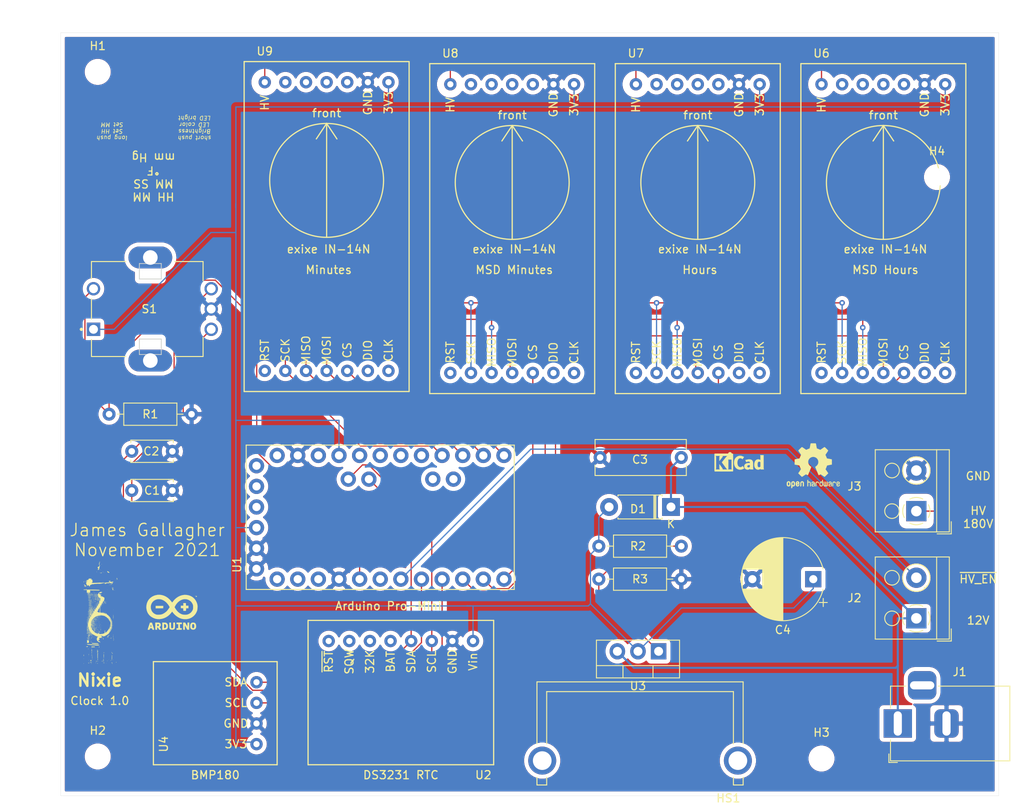
<source format=kicad_pcb>
(kicad_pcb (version 20211014) (generator pcbnew)
  (title_block (title "Nixie Clock PCB") (date "Nov. 9, 2021") (rev "1.0") (comment 2 "https://creativecommons.org/licenses/by/4.0/") (comment 3 "CC by 4.0") (comment 4 "James Gallagher"))
  (layers (0 "F.Cu" signal) (31 "B.Cu" signal) (34 "B.Paste" user) (35 "F.Paste" user) (36 "B.SilkS" user "B.Silkscreen") (37 "F.SilkS" user "F.Silkscreen") (38 "B.Mask" user) (39 "F.Mask" user) (44 "Edge.Cuts" user))
  (net 0 "")
  (net 1 "GND")
  (net 2 "D5")
  (net 3 "+12V")
  (net 4 "D6")
  (net 5 "+3V3")
  (net 6 "INT0")
  (net 7 "CS4")
  (net 8 "MOSI")
  (net 9 "MISO")
  (net 10 "SCK")
  (net 11 "180V")
  (net 12 "CS3")
  (net 13 "CS2")
  (net 14 "SDA")
  (net 15 "SCL")
  (net 16 "Net-(U7-Pad7)")
  (net 17 "Net-(U7-Pad6)")
  (net 18 "CS1")
  (net 19 "Net-(U7-Pad1)")
  (net 20 "Net-(R2-Pad2)")
  (net 21 "Net-(U1-PadJP1_1)")
  (net 22 "Net-(U1-PadJP1_2)")
  (net 23 "Net-(U1-PadJP1_3)")
  (net 24 "Net-(U1-PadJP3_2)")
  (net 25 "Net-(U1-PadJP3_1)")
  (net 26 "Net-(U1-PadJP6_1)")
  (net 27 "Net-(U1-PadJP6_3)")
  (net 28 "Net-(U1-PadJP6_5)")
  (net 29 "Net-(U1-PadJP6_6)")
  (net 30 "Net-(U1-PadJP6_7)")
  (net 31 "Net-(U1-PadJP6_8)")
  (net 32 "Net-(U1-PadJP7_7)")
  (net 33 "Net-(U1-PadJP7_10)")
  (net 34 "Net-(U1-PadJP7_11)")
  (net 35 "Net-(U1-PadJP7_12)")
  (net 36 "Net-(U2-Pad8)")
  (net 37 "Net-(U2-Pad7)")
  (net 38 "Net-(U2-Pad6)")
  (net 39 "Net-(U2-Pad5)")
  (net 40 "Net-(U6-Pad7)")
  (net 41 "Net-(U6-Pad6)")
  (net 42 "Net-(U6-Pad1)")
  (net 43 "Net-(U8-Pad7)")
  (net 44 "Net-(U8-Pad6)")
  (net 45 "Net-(U8-Pad1)")
  (net 46 "Net-(U9-Pad7)")
  (net 47 "Net-(U9-Pad6)")
  (net 48 "Net-(U9-Pad1)")
  (net 49 "Net-(HS1-Pad1)")
  (net 50 "Net-(J1-PadMP)")
  (net 51 "~{HV_EN}")
  (footprint "Capacitor_THT:C_Disc_D5.0mm_W2.5mm_P5.00mm" (layer "F.Cu") (at 96.393 109.728)
    (fp_text reference "C1" (at 2.5 0) (layer "F.SilkS"))
    (fp_text value "1nF")
    (pad "1" thru_hole circle locked (at 0 0) (size 1.6 1.6) (drill 0.8) (layers *.Cu *.Mask) (net 2 "D5"))
    (pad "2" thru_hole circle locked (at 5 0) (size 1.6 1.6) (drill 0.8) (layers *.Cu *.Mask) (net 1 "GND"))
  )
  (footprint "Capacitor_THT:C_Rect_L11.0mm_W4.2mm_P10.00mm_MKT" (layer "F.Cu") (at 164.084 105.664 180)
    (fp_text reference "C3" (at 5.08 -0.254) (layer "F.SilkS"))
    (fp_text value "0.1uF")
    (pad "1" thru_hole circle locked (at 0 0 180) (size 1.6 1.6) (drill 0.8) (layers *.Cu *.Mask) (net 3 "+12V"))
    (pad "2" thru_hole circle locked (at 10 0 180) (size 1.6 1.6) (drill 0.8) (layers *.Cu *.Mask) (net 1 "GND"))
  )
  (footprint "Capacitor_THT:C_Disc_D5.0mm_W2.5mm_P5.00mm" (layer "F.Cu") (at 96.393 104.902)
    (fp_text reference "C2" (at 2.413 0) (layer "F.SilkS"))
    (fp_text value "1nF")
    (pad "1" thru_hole circle locked (at 0 0) (size 1.6 1.6) (drill 0.8) (layers *.Cu *.Mask) (net 4 "D6"))
    (pad "2" thru_hole circle locked (at 5 0) (size 1.6 1.6) (drill 0.8) (layers *.Cu *.Mask) (net 1 "GND"))
  )
  (footprint "Capacitor_THT:CP_Radial_D10.0mm_P7.50mm" (layer "F.Cu") (at 180.34 120.65 180)
    (fp_text reference "C4" (at 3.75 -6.25) (layer "F.SilkS"))
    (fp_text value "1.0uF")
    (pad "1" thru_hole rect locked (at 0 0 180) (size 2 2) (drill 1) (layers *.Cu *.Mask) (net 5 "+3V3"))
    (pad "2" thru_hole circle locked (at 7.5 0 180) (size 2 2) (drill 1) (layers *.Cu *.Mask) (net 1 "GND"))
  )
  (footprint "Diode_THT:D_DO-41_SOD81_P7.62mm_Horizontal" (layer "F.Cu") (at 162.814 111.76 180)
    (fp_text reference "D1" (at 4.064 -0.254) (layer "F.SilkS"))
    (fp_text value "1N4002")
    (fp_text user "K" (at 0 -2.1) (layer "F.SilkS"))
    (pad "1" thru_hole rect locked (at 0 0 180) (size 2.2 2.2) (drill 1.1) (layers *.Cu *.Mask) (net 3 "+12V"))
    (pad "2" thru_hole oval locked (at 7.62 0 180) (size 2.2 2.2) (drill 1.1) (layers *.Cu *.Mask) (net 5 "+3V3"))
  )
  (footprint "Resistor_THT:R_Axial_DIN0207_L6.3mm_D2.5mm_P10.16mm_Horizontal" (layer "F.Cu") (at 153.924 120.65)
    (fp_text reference "R3" (at 5.08 0) (layer "F.SilkS"))
    (fp_text value "560")
    (pad "1" thru_hole circle locked (at 0 0) (size 1.6 1.6) (drill 0.8) (layers *.Cu *.Mask) (net 20 "Net-(R2-Pad2)"))
    (pad "2" thru_hole oval locked (at 10.16 0) (size 1.6 1.6) (drill 0.8) (layers *.Cu *.Mask) (net 1 "GND"))
  )
  (footprint "Resistor_THT:R_Axial_DIN0207_L6.3mm_D2.5mm_P10.16mm_Horizontal" (layer "F.Cu") (at 153.924 116.586)
    (fp_text reference "R2" (at 4.826 0) (layer "F.SilkS"))
    (fp_text value "330")
    (pad "1" thru_hole circle locked (at 0 0) (size 1.6 1.6) (drill 0.8) (layers *.Cu *.Mask) (net 5 "+3V3"))
    (pad "2" thru_hole oval locked (at 10.16 0) (size 1.6 1.6) (drill 0.8) (layers *.Cu *.Mask) (net 20 "Net-(R2-Pad2)"))
  )
  (footprint "Resistor_THT:R_Axial_DIN0207_L6.3mm_D2.5mm_P10.16mm_Horizontal" (layer "F.Cu") (at 93.599 100.33)
    (fp_text reference "R1" (at 5.08 0) (layer "F.SilkS"))
    (fp_text value "10k")
    (pad "1" thru_hole circle locked (at 0 0) (size 1.6 1.6) (drill 0.8) (layers *.Cu *.Mask) (net 6 "INT0"))
    (pad "2" thru_hole oval locked (at 10.16 0) (size 1.6 1.6) (drill 0.8) (layers *.Cu *.Mask) (net 1 "GND"))
  )
  (footprint "482016514001:BOURNS-PEC11" (layer "F.Cu") (at 98.679 87.376)
    (fp_text reference "S1" (at -0.127 0) (layer "F.SilkS"))
    (fp_text value "BOURNS_PEC11")
    (fp_line (start -1.35 5.6) (end -1.35 3.7) (layer "Edge.Cuts") (width 0.1))
    (fp_line (start 1.35 5.6) (end -1.35 5.6) (layer "Edge.Cuts") (width 0.1))
    (fp_line (start 1.35 -5.6) (end 1.35 -3.7) (layer "Edge.Cuts") (width 0.1))
    (fp_line (start 1.35 -3.7) (end -1.35 -3.7) (layer "Edge.Cuts") (width 0.1))
    (fp_line (start 1.35 3.7) (end 1.35 5.6) (layer "Edge.Cuts") (width 0.1))
    (fp_line (start -1.35 3.7) (end 1.35 3.7) (layer "Edge.Cuts") (width 0.1))
    (fp_line (start -1.35 -3.7) (end -1.35 -5.6) (layer "Edge.Cuts") (width 0.1))
    (fp_line (start -1.35 -5.6) (end 1.35 -5.6) (layer "Edge.Cuts") (width 0.1))
    (pad "1" thru_hole rect locked (at -7 2.5) (size 1.65 1.65) (drill 1.1) (layers *.Cu *.Mask) (net 5 "+3V3"))
    (pad "2" thru_hole circle locked (at -7 -2.5) (size 1.65 1.65) (drill 1.1) (layers *.Cu *.Mask) (net 6 "INT0"))
    (pad "A" thru_hole circle locked (at 7.5 2.5) (size 1.65 1.65) (drill 1.1) (layers *.Cu *.Mask) (net 2 "D5"))
    (pad "B" thru_hole circle locked (at 7.5 -2.5) (size 1.65 1.65) (drill 1.1) (layers *.Cu *.Mask) (net 4 "D6"))
    (pad "C" thru_hole circle locked (at 7.5 0) (size 1.65 1.65) (drill 1.1) (layers *.Cu *.Mask) (net 1 "GND"))
    (pad "S1" thru_hole oval locked (at 0 -6.35) (size 5.4 2.7) (drill 1.8) (layers *.Cu *.Mask))
    (pad "S2" thru_hole oval locked (at 0 6.35) (size 5.4 2.7) (drill 1.8) (layers *.Cu *.Mask))
  )
  (footprint "breakout_boards:exixe-IN-14N" (layer "F.Cu") (at 188.976 77.47)
    (fp_text reference "U6" (at -7.62 -21.59) (layer "F.SilkS"))
    (fp_text value "exixe")
    (fp_text user "3V3" (at 7.62 -15.24 90) (layer "F.SilkS"))
    (fp_text user "GND" (at 5.08 -15.24 90) (layer "F.SilkS"))
    (fp_text user "MOSI" (at 0 15.24 90) (layer "F.SilkS"))
    (fp_text user "MISO" (at -2.54 15.24 90) (layer "F.SilkS"))
    (fp_text user "DIO" (at 5.08 15.24 90) (layer "F.SilkS"))
    (fp_text user "CS" (at 2.54 15.24 90) (layer "F.SilkS"))
    (fp_text user "front" (at 0 -13.97) (layer "F.SilkS"))
    (fp_text user "RST" (at -7.62 15.24 90) (layer "F.SilkS"))
    (fp_text user "CLK" (at 7.62 15.24 90) (layer "F.SilkS"))
    (fp_text user "SCK" (at -5.08 15.24 90) (layer "F.SilkS"))
    (fp_text user "HV" (at -7.62 -15.24 90) (layer "F.SilkS"))
    (pad "1" thru_hole circle locked (at -7.62 17.78) (size 1.524 1.524) (drill 0.762) (layers *.Cu *.Mask) (net 42 "Net-(U6-Pad1)"))
    (pad "2" thru_hole circle locked (at -5.08 17.78) (size 1.524 1.524) (drill 0.762) (layers *.Cu *.Mask) (net 10 "SCK"))
    (pad "3" thru_hole circle locked (at -2.54 17.78) (size 1.524 1.524) (drill 0.762) (layers *.Cu *.Mask) (net 9 "MISO"))
    (pad "4" thru_hole circle locked (at 0 17.78) (size 1.524 1.524) (drill 0.762) (layers *.Cu *.Mask) (net 8 "MOSI"))
    (pad "5" thru_hole circle locked (at 2.54 17.78) (size 1.524 1.524) (drill 0.762) (layers *.Cu *.Mask) (net 7 "CS4"))
    (pad "6" thru_hole circle locked (at 5.08 17.78) (size 1.524 1.524) (drill 0.762) (layers *.Cu *.Mask) (net 41 "Net-(U6-Pad6)"))
    (pad "7" thru_hole circle locked (at 7.62 17.78) (size 1.524 1.524) (drill 0.762) (layers *.Cu *.Mask) (net 40 "Net-(U6-Pad7)"))
    (pad "8" thru_hole circle locked (at 7.62 -17.78) (size 1.524 1.524) (drill 0.762) (layers *.Cu *.Mask) (net 5 "+3V3"))
    (pad "9" thru_hole circle locked (at 5.08 -17.78) (size 1.524 1.524) (drill 0.762) (layers *.Cu *.Mask) (net 1 "GND"))
    (pad "10" thru_hole circle locked (at -7.62 -17.78) (size 1.524 1.524) (drill 0.762) (layers *.Cu *.Mask) (net 11 "180V"))
    (pad "~" thru_hole circle locked (at 2.54 -17.78) (size 1.524 1.524) (drill 0.762) (layers *.Cu *.Mask))
    (pad "~" thru_hole circle locked (at -2.54 -17.78) (size 1.524 1.524) (drill 0.762) (layers *.Cu *.Mask))
    (pad "~" thru_hole circle locked (at -5.08 -17.78) (size 1.524 1.524) (drill 0.762) (layers *.Cu *.Mask))
    (pad "~" thru_hole circle locked (at 0 -17.78) (size 1.524 1.524) (drill 0.762) (layers *.Cu *.Mask))
  )
  (footprint "Package_TO_SOT_THT:TO-220-3_Vertical" (layer "F.Cu") (at 161.29 129.54 180)
    (fp_text reference "U3" (at 2.54 -4.27) (layer "F.SilkS"))
    (fp_text value "LM317_TO-220")
    (pad "1" thru_hole rect locked (at 0 0 180) (size 1.905 2) (drill 1.1) (layers *.Cu *.Mask) (net 20 "Net-(R2-Pad2)"))
    (pad "2" thru_hole oval locked (at 2.54 0 180) (size 1.905 2) (drill 1.1) (layers *.Cu *.Mask) (net 5 "+3V3"))
    (pad "3" thru_hole oval locked (at 5.08 0 180) (size 1.905 2) (drill 1.1) (layers *.Cu *.Mask) (net 3 "+12V"))
  )
  (footprint "breakout_boards:exixe-IN-14N" (layer "F.Cu") (at 166.116 77.47)
    (fp_text reference "U7" (at -7.62 -21.59) (layer "F.SilkS"))
    (fp_text value "exixe")
    (fp_text user "MISO" (at -2.54 15.24 90) (layer "F.SilkS"))
    (fp_text user "DIO" (at 5.08 15.24 90) (layer "F.SilkS"))
    (fp_text user "GND" (at 5.08 -15.24 90) (layer "F.SilkS"))
    (fp_text user "CLK" (at 7.62 15.24 90) (layer "F.SilkS"))
    (fp_text user "RST" (at -7.62 15.24 90) (layer "F.SilkS"))
    (fp_text user "CS" (at 2.54 15.24 90) (layer "F.SilkS"))
    (fp_text user "3V3" (at 7.62 -15.24 90) (layer "F.SilkS"))
    (fp_text user "front" (at 0 -13.97) (layer "F.SilkS"))
    (fp_text user "MOSI" (at 0 15.24 90) (layer "F.SilkS"))
    (fp_text user "SCK" (at -5.08 15.24 90) (layer "F.SilkS"))
    (fp_text user "HV" (at -7.62 -15.24 90) (layer "F.SilkS"))
    (pad "1" thru_hole circle locked (at -7.62 17.78) (size 1.524 1.524) (drill 0.762) (layers *.Cu *.Mask) (net 19 "Net-(U7-Pad1)"))
    (pad "2" thru_hole circle locked (at -5.08 17.78) (size 1.524 1.524) (drill 0.762) (layers *.Cu *.Mask) (net 10 "SCK"))
    (pad "3" thru_hole circle locked (at -2.54 17.78) (size 1.524 1.524) (drill 0.762) (layers *.Cu *.Mask) (net 9 "MISO"))
    (pad "4" thru_hole circle locked (at 0 17.78) (size 1.524 1.524) (drill 0.762) (layers *.Cu *.Mask) (net 8 "MOSI"))
    (pad "5" thru_hole circle locked (at 2.54 17.78) (size 1.524 1.524) (drill 0.762) (layers *.Cu *.Mask) (net 12 "CS3"))
    (pad "6" thru_hole circle locked (at 5.08 17.78) (size 1.524 1.524) (drill 0.762) (layers *.Cu *.Mask) (net 17 "Net-(U7-Pad6)"))
    (pad "7" thru_hole circle locked (at 7.62 17.78) (size 1.524 1.524) (drill 0.762) (layers *.Cu *.Mask) (net 16 "Net-(U7-Pad7)"))
    (pad "8" thru_hole circle locked (at 7.62 -17.78) (size 1.524 1.524) (drill 0.762) (layers *.Cu *.Mask) (net 5 "+3V3"))
    (pad "9" thru_hole circle locked (at 5.08 -17.78) (size 1.524 1.524) (drill 0.762) (layers *.Cu *.Mask) (net 1 "GND"))
    (pad "10" thru_hole circle locked (at -7.62 -17.78) (size 1.524 1.524) (drill 0.762) (layers *.Cu *.Mask) (net 11 "180V"))
    (pad "~" thru_hole circle locked (at -2.54 -17.78) (size 1.524 1.524) (drill 0.762) (layers *.Cu *.Mask))
    (pad "~" thru_hole circle locked (at 0 -17.78) (size 1.524 1.524) (drill 0.762) (layers *.Cu *.Mask))
    (pad "~" thru_hole circle locked (at 2.54 -17.78) (size 1.524 1.524) (drill 0.762) (layers *.Cu *.Mask))
    (pad "~" thru_hole circle locked (at -5.08 -17.78) (size 1.524 1.524) (drill 0.762) (layers *.Cu *.Mask))
  )
  (footprint "breakout_boards:exixe-IN-14N" (layer "F.Cu") (at 143.256 77.47)
    (fp_text reference "U8" (at -7.62 -21.59) (layer "F.SilkS"))
    (fp_text value "exixe")
    (fp_text user "RST" (at -7.62 15.24 90) (layer "F.SilkS"))
    (fp_text user "CLK" (at 7.62 15.24 90) (layer "F.SilkS"))
    (fp_text user "MISO" (at -2.54 15.24 90) (layer "F.SilkS"))
    (fp_text user "SCK" (at -5.08 15.24 90) (layer "F.SilkS"))
    (fp_text user "3V3" (at 7.62 -15.24 90) (layer "F.SilkS"))
    (fp_text user "MOSI" (at 0 15.24 90) (layer "F.SilkS"))
    (fp_text user "front" (at 0 -13.97) (layer "F.SilkS"))
    (fp_text user "GND" (at 5.08 -15.24 90) (layer "F.SilkS"))
    (fp_text user "DIO" (at 5.08 15.24 90) (layer "F.SilkS"))
    (fp_text user "HV" (at -7.62 -15.24 90) (layer "F.SilkS"))
    (fp_text user "CS" (at 2.54 15.24 90) (layer "F.SilkS"))
    (pad "1" thru_hole circle locked (at -7.62 17.78) (size 1.524 1.524) (drill 0.762) (layers *.Cu *.Mask) (net 45 "Net-(U8-Pad1)"))
    (pad "2" thru_hole circle locked (at -5.08 17.78) (size 1.524 1.524) (drill 0.762) (layers *.Cu *.Mask) (net 10 "SCK"))
    (pad "3" thru_hole circle locked (at -2.54 17.78) (size 1.524 1.524) (drill 0.762) (layers *.Cu *.Mask) (net 9 "MISO"))
    (pad "4" thru_hole circle locked (at 0 17.78) (size 1.524 1.524) (drill 0.762) (layers *.Cu *.Mask) (net 8 "MOSI"))
    (pad "5" thru_hole circle locked (at 2.54 17.78) (size 1.524 1.524) (drill 0.762) (layers *.Cu *.Mask) (net 13 "CS2"))
    (pad "6" thru_hole circle locked (at 5.08 17.78) (size 1.524 1.524) (drill 0.762) (layers *.Cu *.Mask) (net 44 "Net-(U8-Pad6)"))
    (pad "7" thru_hole circle locked (at 7.62 17.78) (size 1.524 1.524) (drill 0.762) (layers *.Cu *.Mask) (net 43 "Net-(U8-Pad7)"))
    (pad "8" thru_hole circle locked (at 7.62 -17.78) (size 1.524 1.524) (drill 0.762) (layers *.Cu *.Mask) (net 5 "+3V3"))
    (pad "9" thru_hole circle locked (at 5.08 -17.78) (size 1.524 1.524) (drill 0.762) (layers *.Cu *.Mask) (net 1 "GND"))
    (pad "10" thru_hole circle locked (at -7.62 -17.78) (size 1.524 1.524) (drill 0.762) (layers *.Cu *.Mask) (net 11 "180V"))
    (pad "~" thru_hole circle locked (at 0 -17.78) (size 1.524 1.524) (drill 0.762) (layers *.Cu *.Mask))
    (pad "~" thru_hole circle locked (at 2.54 -17.78) (size 1.524 1.524) (drill 0.762) (layers *.Cu *.Mask))
    (pad "~" thru_hole circle locked (at -5.08 -17.78) (size 1.524 1.524) (drill 0.762) (layers *.Cu *.Mask))
    (pad "~" thru_hole circle locked (at -2.54 -17.78) (size 1.524 1.524) (drill 0.762) (layers *.Cu *.Mask))
  )
  (footprint "breakout_boards:Adafruit_DS3231_bb" (layer "F.Cu") (at 129.54 134.62 180)
    (fp_text reference "U2" (at -10.16 -10.16) (layer "F.SilkS"))
    (fp_text value "Adafruit_DS3231")
    (fp_text user "~{RST}" (at 8.89 3.81 90) (layer "F.SilkS"))
    (fp_text user "GND" (at -6.35 3.81 90) (layer "F.SilkS"))
    (fp_text user "SQW" (at 6.35 3.81 90) (layer "F.SilkS"))
    (fp_text user "SDA" (at -1.27 3.81 90) (layer "F.SilkS"))
    (fp_text user "SCL" (at -3.81 3.81 90) (layer "F.SilkS"))
    (fp_text user "32K" (at 3.81 3.81 90) (layer "F.SilkS"))
    (fp_text user "BAT" (at 1.27 3.81 90) (layer "F.SilkS"))
    (fp_text user "Vin" (at -8.89 3.81 90) (layer "F.SilkS"))
    (pad "1" thru_hole circle locked (at -8.89 6.35 180) (size 1.524 1.524) (drill 0.762) (layers *.Cu *.Mask) (net 5 "+3V3"))
    (pad "2" thru_hole circle locked (at -6.35 6.35 180) (size 1.524 1.524) (drill 0.762) (layers *.Cu *.Mask) (net 1 "GND"))
    (pad "3" thru_hole circle locked (at -3.81 6.35 180) (size 1.524 1.524) (drill 0.762) (layers *.Cu *.Mask) (net 15 "SCL"))
    (pad "4" thru_hole circle locked (at -1.27 6.35 180) (size 1.524 1.524) (drill 0.762) (layers *.Cu *.Mask) (net 14 "SDA"))
    (pad "5" thru_hole circle locked (at 1.27 6.35 180) (size 1.524 1.524) (drill 0.762) (layers *.Cu *.Mask) (net 39 "Net-(U2-Pad5)"))
    (pad "6" thru_hole circle locked (at 3.81 6.35 180) (size 1.524 1.524) (drill 0.762) (layers *.Cu *.Mask) (net 38 "Net-(U2-Pad6)"))
    (pad "7" thru_hole circle locked (at 6.35 6.35 180) (size 1.524 1.524) (drill 0.762) (layers *.Cu *.Mask) (net 37 "Net-(U2-Pad7)"))
    (pad "8" thru_hole circle locked (at 8.89 6.35 180) (size 1.524 1.524) (drill 0.762) (layers *.Cu *.Mask) (net 36 "Net-(U2-Pad8)"))
  )
  (footprint "breakout_boards:exixe-IN-14N" (layer "F.Cu") (at 120.396 77.216)
    (fp_text reference "U9" (at -7.62 -21.59) (layer "F.SilkS"))
    (fp_text value "exixe")
    (fp_text user "HV" (at -7.62 -15.24 90) (layer "F.SilkS"))
    (fp_text user "CS" (at 2.54 15.24 90) (layer "F.SilkS"))
    (fp_text user "MOSI" (at 0 15.24 90) (layer "F.SilkS"))
    (fp_text user "3V3" (at 7.62 -15.24 90) (layer "F.SilkS"))
    (fp_text user "GND" (at 5.08 -15.24 90) (layer "F.SilkS"))
    (fp_text user "MISO" (at -2.54 15.24 90) (layer "F.SilkS"))
    (fp_text user "RST" (at -7.62 15.24 90) (layer "F.SilkS"))
    (fp_text user "CLK" (at 7.62 15.24 90) (layer "F.SilkS"))
    (fp_text user "SCK" (at -5.08 15.24 90) (layer "F.SilkS"))
    (fp_text user "DIO" (at 5.08 15.24 90) (layer "F.SilkS"))
    (fp_text user "front" (at 0 -13.97) (layer "F.SilkS"))
    (pad "1" thru_hole circle locked (at -7.62 17.78) (size 1.524 1.524) (drill 0.762) (layers *.Cu *.Mask) (net 48 "Net-(U9-Pad1)"))
    (pad "2" thru_hole circle locked (at -5.08 17.78) (size 1.524 1.524) (drill 0.762) (layers *.Cu *.Mask) (net 10 "SCK"))
    (pad "3" thru_hole circle locked (at -2.54 17.78) (size 1.524 1.524) (drill 0.762) (layers *.Cu *.Mask) (net 9 "MISO"))
    (pad "4" thru_hole circle locked (at 0 17.78) (size 1.524 1.524) (drill 0.762) (layers *.Cu *.Mask) (net 8 "MOSI"))
    (pad "5" thru_hole circle locked (at 2.54 17.78) (size 1.524 1.524) (drill 0.762) (layers *.Cu *.Mask) (net 18 "CS1"))
    (pad "6" thru_hole circle locked (at 5.08 17.78) (size 1.524 1.524) (drill 0.762) (layers *.Cu *.Mask) (net 47 "Net-(U9-Pad6)"))
    (pad "7" thru_hole circle locked (at 7.62 17.78) (size 1.524 1.524) (drill 0.762) (layers *.Cu *.Mask) (net 46 "Net-(U9-Pad7)"))
    (pad "8" thru_hole circle locked (at 7.62 -17.78) (size 1.524 1.524) (drill 0.762) (layers *.Cu *.Mask) (net 5 "+3V3"))
    (pad "9" thru_hole circle locked (at 5.08 -17.78) (size 1.524 1.524) (drill 0.762) (layers *.Cu *.Mask) (net 1 "GND"))
    (pad "10" thru_hole circle locked (at -7.62 -17.78) (size 1.524 1.524) (drill 0.762) (layers *.Cu *.Mask) (net 11 "180V"))
    (pad "~" thru_hole circle locked (at 0 -17.78) (size 1.524 1.524) (drill 0.762) (layers *.Cu *.Mask))
    (pad "~" thru_hole circle locked (at 2.54 -17.78) (size 1.524 1.524) (drill 0.762) (layers *.Cu *.Mask))
    (pad "~" thru_hole circle locked (at -5.08 -17.78) (size 1.524 1.524) (drill 0.762) (layers *.Cu *.Mask))
    (pad "~" thru_hole circle locked (at -2.54 -17.78) (size 1.524 1.524) (drill 0.762) (layers *.Cu *.Mask))
  )
  (footprint "breakout_boards:BMP180_bb" (layer "F.Cu") (at 106.68 137.16 90)
    (fp_text reference "U4" (at -3.81 -6.35 90) (layer "F.SilkS"))
    (fp_text value "BMP180")
    (fp_text user "GND" (at -1.27 2.54) (layer "F.SilkS"))
    (fp_text user "SCL" (at 1.27 2.54) (layer "F.SilkS"))
    (fp_text user "3V3" (at -3.81 2.54) (layer "F.SilkS"))
    (fp_text user "SDA" (at 3.81 2.54) (layer "F.SilkS"))
    (pad "1" thru_hole circle locked (at -3.81 5.08 90) (size 1.524 1.524) (drill 0.762) (layers *.Cu *.Mask) (net 5 "+3V3"))
    (pad "2" thru_hole circle locked (at -1.27 5.08 90) (size 1.524 1.524) (drill 0.762) (layers *.Cu *.Mask) (net 1 "GND"))
    (pad "3" thru_hole circle locked (at 1.27 5.08 90) (size 1.524 1.524) (drill 0.762) (layers *.Cu *.Mask) (net 15 "SCL"))
    (pad "4" thru_hole circle locked (at 3.81 5.08 90) (size 1.524 1.524) (drill 0.762) (layers *.Cu *.Mask) (net 14 "SDA"))
  )
  (footprint "ARDUINO_PRO_MINI:MODULE_ARDUINO_PRO_MINI" (layer "F.Cu") (at 127 113.03 90)
    (fp_text reference "U1" (at -5.825 -17.635 90) (layer "F.SilkS"))
    (fp_text value "ARDUINO_PRO_MINI")
    (pad "JP1_1" thru_hole circle locked (at 6.35 -15.24 90) (size 1.8796 1.8796) (drill 1.016) (layers *.Cu *.Mask) (net 21 "Net-(U1-PadJP1_1)"))
    (pad "JP1_2" thru_hole circle locked (at 3.81 -15.24 90) (size 1.8796 1.8796) (drill 1.016) (layers *.Cu *.Mask) (net 22 "Net-(U1-PadJP1_2)"))
    (pad "JP1_3" thru_hole circle locked (at 1.27 -15.24 90) (size 1.8796 1.8796) (drill 1.016) (layers *.Cu *.Mask) (net 23 "Net-(U1-PadJP1_3)"))
    (pad "JP1_4" thru_hole circle locked (at -1.27 -15.24 90) (size 1.8796 1.8796) (drill 1.016) (layers *.Cu *.Mask) (net 5 "+3V3"))
    (pad "JP1_5" thru_hole circle locked (at -3.81 -15.24 90) (size 1.8796 1.8796) (drill 1.016) (layers *.Cu *.Mask) (net 1 "GND"))
    (pad "JP1_6" thru_hole circle locked (at -6.35 -15.24 90) (size 1.8796 1.8796) (drill 1.016) (layers *.Cu *.Mask) (net 1 "GND"))
    (pad "JP2_1" thru_hole circle locked (at 4.699 -1.397 90) (size 1.8796 1.8796) (drill 1.016) (layers *.Cu *.Mask) (net 14 "SDA"))
    (pad "JP2_2" thru_hole circle locked (at 4.699 -3.937 90) (size 1.8796 1.8796) (drill 1.016) (layers *.Cu *.Mask) (net 15 "SCL"))
    (pad "JP3_1" thru_hole circle locked (at 4.699 9.017 90) (size 1.8796 1.8796) (drill 1.016) (layers *.Cu *.Mask) (net 25 "Net-(U1-PadJP3_1)"))
    (pad "JP3_2" thru_hole circle locked (at 4.699 6.477 90) (size 1.8796 1.8796) (drill 1.016) (layers *.Cu *.Mask) (net 24 "Net-(U1-PadJP3_2)"))
    (pad "JP6_1" thru_hole circle locked (at 7.62 -12.7 90) (size 1.8796 1.8796) (drill 1.016) (layers *.Cu *.Mask) (net 26 "Net-(U1-PadJP6_1)"))
    (pad "JP6_2" thru_hole circle locked (at 7.62 -10.16 90) (size 1.8796 1.8796) (drill 1.016) (layers *.Cu *.Mask) (net 1 "GND"))
    (pad "JP6_3" thru_hole circle locked (at 7.62 -7.62 90) (size 1.8796 1.8796) (drill 1.016) (layers *.Cu *.Mask) (net 27 "Net-(U1-PadJP6_3)"))
    (pad "JP6_4" thru_hole circle locked (at 7.62 -5.08 90) (size 1.8796 1.8796) (drill 1.016) (layers *.Cu *.Mask) (net 5 "+3V3"))
    (pad "JP6_5" thru_hole circle locked (at 7.62 -2.54 90) (size 1.8796 1.8796) (drill 1.016) (layers *.Cu *.Mask) (net 28 "Net-(U1-PadJP6_5)"))
    (pad "JP6_6" thru_hole circle locked (at 7.62 0 90) (size 1.8796 1.8796) (drill 1.016) (layers *.Cu *.Mask) (net 29 "Net-(U1-PadJP6_6)"))
    (pad "JP6_7" thru_hole circle locked (at 7.62 2.54 90) (size 1.8796 1.8796) (drill 1.016) (layers *.Cu *.Mask) (net 30 "Net-(U1-PadJP6_7)"))
    (pad "JP6_8" thru_hole circle locked (at 7.62 5.08 90) (size 1.8796 1.8796) (drill 1.016) (layers *.Cu *.Mask) (net 31 "Net-(U1-PadJP6_8)"))
    (pad "JP6_9" thru_hole circle locked (at 7.62 7.62 90) (size 1.8796 1.8796) (drill 1.016) (layers *.Cu *.Mask) (net 10 "SCK"))
    (pad "JP6_10" thru_hole circle locked (at 7.62 10.16 90) (size 1.8796 1.8796) (drill 1.016) (layers *.Cu *.Mask) (net 9 "MISO"))
    (pad "JP6_11" thru_hole circle locked (at 7.62 12.7 90) (size 1.8796 1.8796) (drill 1.016) (layers *.Cu *.Mask) (net 8 "MOSI"))
    (pad "JP6_12" thru_hole circle locked (at 7.62 15.24 90) (size 1.8796 1.8796) (drill 1.016) (layers *.Cu *.Mask) (net 18 "CS1"))
    (pad "JP7_1" thru_hole circle locked (at -7.62 15.24 90) (size 1.8796 1.8796) (drill 1.016) (layers *.Cu *.Mask) (net 13 "CS2"))
    (pad "JP7_2" thru_hole circle locked (at -7.62 12.7 90) (size 1.8796 1.8796) (drill 1.016) (layers *.Cu *.Mask) (net 12 "CS3"))
    (pad "JP7_3" thru_hole circle locked (at -7.62 10.16 90) (size 1.8796 1.8796) (drill 1.016) (layers *.Cu *.Mask) (net 7 "CS4"))
    (pad "JP7_4" thru_hole circle locked (at -7.62 7.62 90) (size 1.8796 1.8796) (drill 1.016) (layers *.Cu *.Mask) (net 4 "D6"))
    (pad "JP7_5" thru_hole circle locked (at -7.62 5.08 90) (size 1.8796 1.8796) (drill 1.016) (layers *.Cu *.Mask) (net 2 "D5"))
    (pad "JP7_6" thru_hole circle locked (at -7.62 2.54 90) (size 1.8796 1.8796) (drill 1.016) (layers *.Cu *.Mask) (net 51 "~{HV_EN}"))
    (pad "JP7_7" thru_hole circle locked (at -7.62 0 90) (size 1.8796 1.8796) (drill 1.016) (layers *.Cu *.Mask) (net 32 "Net-(U1-PadJP7_7)"))
    (pad "JP7_8" thru_hole circle locked (at -7.62 -2.54 90) (size 1.8796 1.8796) (drill 1.016) (layers *.Cu *.Mask) (net 6 "INT0"))
    (pad "JP7_9" thru_hole circle locked (at -7.62 -5.08 90) (size 1.8796 1.8796) (drill 1.016) (layers *.Cu *.Mask) (net 1 "GND"))
    (pad "JP7_10" thru_hole circle locked (at -7.62 -7.62 90) (size 1.8796 1.8796) (drill 1.016) (layers *.Cu *.Mask) (net 33 "Net-(U1-PadJP7_10)"))
    (pad "JP7_11" thru_hole circle locked (at -7.62 -10.16 90) (size 1.8796 1.8796) (drill 1.016) (layers *.Cu *.Mask) (net 34 "Net-(U1-PadJP7_11)"))
    (pad "JP7_12" thru_hole circle locked (at -7.62 -12.7 90) (size 1.8796 1.8796) (drill 1.016) (layers *.Cu *.Mask) (net 35 "Net-(U1-PadJP7_12)"))
  )
  (footprint "Connector_BarrelJack:BarrelJack_Horizontal_MP" (layer "F.Cu") (at 190.754 138.43 180)
    (fp_text reference "J1" (at -7.62 6.35) (layer "F.SilkS"))
    (fp_text value "Barrel_Jack_MountingPin")
    (pad "1" thru_hole rect locked (at 0 0 180) (size 3.5 3.5) (drill oval 1 3) (layers *.Cu *.Mask) (net 3 "+12V"))
    (pad "2" thru_hole roundrect locked (at -6 0 180) (size 3 3.5) (drill oval 1 3) (layers *.Cu *.Mask) (net 1 "GND"))
    (pad "MP" thru_hole roundrect locked (at -3 4.7 180) (size 3.500001 3.500001) (drill oval 2.999999 1) (layers *.Cu *.Mask) (roundrect_rratio 0.2499999286) (net 50 "Net-(J1-PadMP)"))
  )
  (footprint "TerminalBlock_RND:TerminalBlock_RND_205-00001_1x02_P5.00mm_Horizontal" (layer "F.Cu") (at 193.04 125.476 90)
    (fp_text reference "J2" (at 2.5 -7.62 180) (layer "F.SilkS"))
    (fp_text value "Screw_Terminal_01x02")
    (pad "1" thru_hole rect locked (at 0 0 90) (size 2.5 2.5) (drill 1.3) (layers *.Cu *.Mask) (net 3 "+12V"))
    (pad "2" thru_hole circle locked (at 5 0 90) (size 2.5 2.5) (drill 1.3) (layers *.Cu *.Mask) (net 51 "~{HV_EN}"))
  )
  (footprint "TerminalBlock_RND:TerminalBlock_RND_205-00001_1x02_P5.00mm_Horizontal" (layer "F.Cu") (at 193.04 112.268 90)
    (fp_text reference "J3" (at 3.048 -7.62 180) (layer "F.SilkS"))
    (fp_text value "Screw_Terminal_01x02")
    (pad "1" thru_hole rect locked (at 0 0 90) (size 2.5 2.5) (drill 1.3) (layers *.Cu *.Mask) (net 11 "180V"))
    (pad "2" thru_hole circle locked (at 5 0 90) (size 2.5 2.5) (drill 1.3) (layers *.Cu *.Mask) (net 1 "GND"))
  )
  (footprint "HSS-B20-053H-01:HSINK_HSS-B20-053H-01" (layer "F.Cu") (at 159.004 143.002 180)
    (fp_text reference "HS1" (at -10.875 -4.635) (layer "F.SilkS"))
    (fp_text value "HSS-B20-053H-01")
    (pad "1" thru_hole circle locked (at -12.05 0 180) (size 3.45 3.45) (drill 2.3) (layers *.Cu *.Mask) (net 49 "Net-(HS1-Pad1)"))
    (pad "2" thru_hole circle locked (at 12.05 0 180) (size 3.45 3.45) (drill 2.3) (layers *.Cu *.Mask) (net 49 "Net-(HS1-Pad1)"))
  )
  (footprint "MountingHole:MountingHole_2.2mm_M2" (layer "F.Cu") (at 92.202 58.166)
    (fp_text reference "H1" (at 0 -3.2) (layer "F.SilkS"))
    (fp_text value "MountingHole")
    (pad "" np_thru_hole circle locked (at 0 0) (size 2.2 2.2) (drill 2.2) (layers *.Cu *.Mask))
  )
  (footprint "MountingHole:MountingHole_2.2mm_M2" (layer "F.Cu") (at 92.202 142.494)
    (fp_text reference "H2" (at 0 -3.2) (layer "F.SilkS"))
    (fp_text value "MountingHole")
    (pad "" np_thru_hole circle locked (at 0 0) (size 2.2 2.2) (drill 2.2) (layers *.Cu *.Mask))
  )
  (footprint "MountingHole:MountingHole_2.2mm_M2" (layer "F.Cu") (at 181.356 142.748)
    (fp_text reference "H3" (at 0 -3.2) (layer "F.SilkS"))
    (fp_text value "MountingHole")
    (pad "" np_thru_hole circle locked (at 0 0) (size 2.2 2.2) (drill 2.2) (layers *.Cu *.Mask))
  )
  (footprint "MountingHole:MountingHole_2.2mm_M2" (layer "F.Cu") (at 195.58 71.12)
    (fp_text reference "H4" (at 0 -3.2) (layer "F.SilkS"))
    (fp_text value "MountingHole")
    (pad "" np_thru_hole circle locked (at 0 0) (size 2.2 2.2) (drill 2.2) (layers *.Cu *.Mask))
  )
  (footprint "Symbol:OSHW-Logo2_7.3x6mm_SilkScreen" (layer "F.Cu") (at 180.34 106.68)
    (fp_text reference "REF**" hide)
    (fp_text value "OSHW-Logo2_7.3x6mm_SilkScreen" hide)
  )
  (footprint "Logos:arduino_quar_inch" (layer "F.Cu") (at 101.346 124.714)
    (fp_text reference "G***" hide)
    (fp_text value "LOGO" hide)
  )
  (footprint "Logos:kicad_quar_inch" (layer "F.Cu") (at 171.196 106.172)
    (fp_text reference "G***" hide)
    (fp_text value "LOGO" hide)
  )
  (footprint "Logos:nixie-IN-14N-half-inch" (layer "F.Cu") (at 92.71 124.714)
    (fp_text reference "G***" hide)
    (fp_text value "LOGO" hide)
  )
  (gr_line (start 87.63 147.32) (end 87.63 53.34) (layer "Edge.Cuts") (width 0.0254))
  (gr_line (start 203.2 147.32) (end 87.63 147.32) (layer "Edge.Cuts") (width 0.0254))
  (gr_line (start 87.63 53.34) (end 203.2 53.34) (layer "Edge.Cuts") (width 0.0254))
  (gr_line (start 203.2 53.34) (end 203.2 147.32) (layer "Edge.Cuts") (width 0.0254))
  (gr_text "exixe IN-14N" (at 143.51 80.01) (layer "F.SilkS") (effects (font (size 1 1))))
  (gr_text "exixe IN-14N" (at 166.37 80.01) (layer "F.SilkS") (effects (font (size 1 1))))
  (gr_text "exixe IN-14N" (at 189.23 80.01) (layer "F.SilkS") (effects (font (size 1 1))))
  (gr_text "MSD Hours" (at 189.23 82.55) (layer "F.SilkS") (effects (font (size 1 1))))
  (gr_text "Clock 1.0" (at 92.456 135.636) (layer "F.SilkS") (effects (font (size 1 1))))
  (gr_text "long push\nSet HH\nSet MM" (at 93.98 65.4812 180) (layer "F.SilkS") (effects (font (size 0.508 0.508) (thickness 0.0762) italic)))
  (gr_text "GND" (at 200.66 107.95) (layer "F.SilkS") (effects (font (size 1 1))))
  (gr_text "James Gallagher\nNovember 2021" (at 98.298 115.824) (layer "F.SilkS") (effects (font (size 1.524 1.524))))
  (gr_text "Arduino Pro-Mini" (at 128.016 123.952) (layer "F.SilkS") (effects (font (size 1 1))))
  (gr_text "MSD Minutes" (at 143.51 82.55) (layer "F.SilkS") (effects (font (size 1 1))))
  (gr_text "HV\n180V" (at 200.66 113.03) (layer "F.SilkS") (effects (font (size 1 1))))
  (gr_text "Hours" (at 166.37 82.55) (layer "F.SilkS") (effects (font (size 1 1))))
  (gr_text "DS3231 RTC" (at 129.54 144.78) (layer "F.SilkS") (effects (font (size 1 1))))
  (gr_text "Minutes" (at 120.65 82.55) (layer "F.SilkS") (effects (font (size 1 1))))
  (gr_text "short push\nBrightness\nLED color\nLED bright" (at 104.14 65.0748 180) (layer "F.SilkS") (effects (font (size 0.508 0.508) (thickness 0.0762) italic)))
  (gr_text "exixe IN-14N" (at 120.65 80.01) (layer "F.SilkS") (effects (font (size 1 1))))
  (gr_text "~{HV_EN}" (at 200.66 120.65) (layer "F.SilkS") (effects (font (size 1 1))))
  (gr_text "12V" (at 200.66 125.73) (layer "F.SilkS") (effects (font (size 1 1))))
  (gr_text "HH MM\nMM SS\n°F\nmm Hg" (at 99.06 71.12 180) (layer "F.SilkS") (effects (font (size 1 1))))
  (gr_text "Nixie" (at 92.456 133.096) (layer "F.SilkS") (effects (font (size 1.5 1.5) (thickness 0.3))))
  (gr_text "BMP180" (at 106.68 144.78) (layer "F.SilkS") (effects (font (size 1 1))))
  (segment (start 102.730399 100.086931) (end 102.730399 93.324601) (width 0.1524) (layer "F.Cu") (net 2))
  (segment (start 96.393 119.44909) (end 111.284511 134.340601) (width 0.1524) (layer "F.Cu") (net 2))
  (segment (start 132.08 128.46609) (end 132.08 120.65) (width 0.1524) (layer "F.Cu") (net 2))
  (segment (start 96.393 109.728) (end 96.393 106.42433) (width 0.1524) (layer "F.Cu") (net 2))
  (segment (start 111.284511 134.340601) (end 126.205489 134.340601) (width 0.1524) (layer "F.Cu") (net 2))
  (segment (start 126.205489 134.340601) (end 132.08 128.46609) (width 0.1524) (layer "F.Cu") (net 2))
  (segment (start 96.393 109.728) (end 96.393 119.44909) (width 0.1524) (layer "F.Cu") (net 2))
  (segment (start 102.730399 93.324601) (end 106.179 89.876) (width 0.1524) (layer "F.Cu") (net 2))
  (segment (start 96.393 106.42433) (end 102.730399 100.086931) (width 0.1524) (layer "F.Cu") (net 2))
  (segment (start 156.21 129.54) (end 158.242 131.572) (width 0.254) (layer "B.Cu") (net 3))
  (segment (start 179.324 111.76) (end 162.814 111.76) (width 0.254) (layer "B.Cu") (net 3))
  (segment (start 190.754 131.318) (end 190.754 138.43) (width 0.254) (layer "B.Cu") (net 3))
  (segment (start 190.5 131.572) (end 190.754 131.318) (width 0.254) (layer "B.Cu") (net 3))
  (segment (start 162.814 106.934) (end 164.084 105.664) (width 0.254) (layer "B.Cu") (net 3))
  (segment (start 193.04 125.476) (end 179.324 111.76) (width 0.254) (layer "B.Cu") (net 3))
  (segment (start 158.242 131.572) (end 190.5 131.572) (width 0.254) (layer "B.Cu") (net 3))
  (segment (start 162.814 111.76) (end 162.814 106.934) (width 0.254) (layer "B.Cu") (net 3))
  (segment (start 193.04 125.476) (end 190.754 125.476) (width 0.254) (layer "B.Cu") (net 3))
  (segment (start 190.754 125.476) (end 190.754 131.318) (width 0.254) (layer "B.Cu") (net 3))
  (segment (start 95.364399 142.862399) (end 98.298 145.796) (width 0.1524) (layer "F.Cu") (net 4))
  (segment (start 101.60761 89.44739) (end 101.60761 99.68739) (width 0.1524) (layer "F.Cu") (net 4))
  (segment (start 101.60761 99.68739) (end 96.393 104.902) (width 0.1524) (layer "F.Cu") (net 4))
  (segment (start 106.179 84.876) (end 101.60761 89.44739) (width 0.1524) (layer "F.Cu") (net 4))
  (segment (start 96.393 104.902) (end 95.364399 105.930601) (width 0.1524) (layer "F.Cu") (net 4))
  (segment (start 98.298 145.796) (end 123.875066 145.796) (width 0.1524) (layer "F.Cu") (net 4))
  (segment (start 123.875066 145.796) (end 134.62 135.051066) (width 0.1524) (layer "F.Cu") (net 4))
  (segment (start 134.62 135.051066) (end 134.62 120.65) (width 0.1524) (layer "F.Cu") (net 4))
  (segment (start 95.364399 105.930601) (end 95.364399 142.862399) (width 0.1524) (layer "F.Cu") (net 4))
  (segment (start 196.596 59.69) (end 196.596 62.484) (width 0.1524) (layer "B.Cu") (net 5))
  (segment (start 109.22 140.716) (end 111.506 140.716) (width 0.1524) (layer "B.Cu") (net 5))
  (segment (start 109.22 123.952) (end 109.22 140.716) (width 0.1524) (layer "B.Cu") (net 5))
  (segment (start 109.22 114.3) (end 109.22 123.952) (width 0.1524) (layer "B.Cu") (net 5))
  (segment (start 138.43 123.952) (end 152.628798 123.952) (width 0.1524) (layer "B.Cu") (net 5))
  (segment (start 109.22 114.3) (end 111.76 114.3) (width 0.1524) (layer "B.Cu") (net 5))
  (segment (start 152.628798 123.952) (end 152.895399 123.685399) (width 0.1524) (layer "B.Cu") (net 5))
  (segment (start 138.43 124.206) (end 138.43 128.27) (width 0.1524) (layer "B.Cu") (net 5))
  (segment (start 121.92 101.092) (end 121.92 105.41) (width 0.1524) (layer "B.Cu") (net 5))
  (segment (start 152.895399 123.685399) (end 158.75 129.54) (width 0.1524) (layer "B.Cu") (net 5))
  (segment (start 109.22 77.978) (end 109.22 101.092) (width 0.1524) (layer "B.Cu") (net 5))
  (segment (start 173.736 62.484) (end 128.524 62.484) (width 0.1524) (layer "B.Cu") (net 5))
  (segment (start 153.924 113.03) (end 155.194 111.76) (width 0.1524) (layer "B.Cu") (net 5))
  (segment (start 150.876 62.484) (end 150.876 59.69) (width 0.1524) (layer "B.Cu") (net 5))
  (segment (start 94.223014 89.876) (end 91.679 89.876) (width 0.1524) (layer "B.Cu") (net 5))
  (segment (start 106.146507 77.952507) (end 94.223014 89.876) (width 0.1524) (layer "B.Cu") (net 5))
  (segment (start 152.895399 117.614601) (end 152.895399 123.685399) (width 0.1524) (layer "B.Cu") (net 5))
  (segment (start 137.668 123.952) (end 138.43 123.952) (width 0.1524) (layer "B.Cu") (net 5))
  (segment (start 128.524 62.484) (end 128.016 62.484) (width 0.1524) (layer "B.Cu") (net 5))
  (segment (start 138.43 124.206) (end 138.43 123.952) (width 0.1524) (layer "B.Cu") (net 5))
  (segment (start 153.924 116.586) (end 153.924 113.03) (width 0.1524) (layer "B.Cu") (net 5))
  (segment (start 111.506 140.716) (end 111.76 140.97) (width 0.1524) (layer "B.Cu") (net 5))
  (segment (start 109.22 62.484) (end 109.22 74.422) (width 0.1524) (layer "B.Cu") (net 5))
  (segment (start 180.34 120.65) (end 180.34 121.8024) (width 0.1524) (layer "B.Cu") (net 5))
  (segment (start 196.596 62.484) (end 173.736 62.484) (width 0.1524) (layer "B.Cu") (net 5))
  (segment (start 128.016 62.484) (end 109.22 62.484) (width 0.1524) (layer "B.Cu") (net 5))
  (segment (start 128.016 62.484) (end 128.016 59.436) (width 0.1524) (layer "B.Cu") (net 5))
  (segment (start 180.34 121.8024) (end 177.9364 124.206) (width 0.1524) (layer "B.Cu") (net 5))
  (segment (start 109.22 123.952) (end 137.668 123.952) (width 0.1524) (layer "B.Cu") (net 5))
  (segment (start 137.668 123.952) (end 138.176 123.952) (width 0.1524) (layer "B.Cu") (net 5))
  (segment (start 109.22 74.422) (end 109.22 77.978) (width 0.1524) (layer "B.Cu") (net 5))
  (segment (start 109.194507 77.952507) (end 109.22 77.978) (width 0.1524) (layer "B.Cu") (net 5))
  (segment (start 153.924 116.586) (end 152.895399 117.614601) (width 0.1524) (layer "B.Cu") (net 5))
  (segment (start 106.146507 77.952507) (end 109.194507 77.952507) (width 0.1524) (layer "B.Cu") (net 5))
  (segment (start 177.9364 124.206) (end 164.084 124.206) (width 0.1524) (layer "B.Cu") (net 5))
  (segment (start 109.22 101.092) (end 109.22 114.3) (width 0.1524) (layer "B.Cu") (net 5))
  (segment (start 164.084 124.206) (end 158.75 129.54) (width 0.1524) (layer "B.Cu") (net 5))
  (segment (start 173.736 62.484) (end 173.736 59.69) (width 0.1524) (layer "B.Cu") (net 5))
  (segment (start 109.22 101.092) (end 121.92 101.092) (width 0.1524) (layer "B.Cu") (net 5))
  (segment (start 109.22 74.422) (end 109.22 74.879014) (width 0.1524) (layer "B.Cu") (net 5))
  (segment (start 128.524 62.484) (end 150.876 62.484) (width 0.1524) (layer "B.Cu") (net 5))
  (segment (start 111.785399 104.976165) (end 124.46 117.650766) (width 0.1524) (layer "F.Cu") (net 6))
  (segment (start 124.46 117.650766) (end 124.46 120.65) (width 0.1524) (layer "F.Cu") (net 6))
  (segment (start 90.625399 85.929601) (end 90.625399 97.356399) (width 0.1524) (layer "F.Cu") (net 6))
  (segment (start 106.684729 83.822399) (end 111.785399 88.923069) (width 0.1524) (layer "F.Cu") (net 6))
  (segment (start 90.625399 97.356399) (end 93.599 100.33) (width 0.1524) (layer "F.Cu") (net 6))
  (segment (start 111.785399 88.923069) (end 111.785399 104.976165) (width 0.1524) (layer "F.Cu") (net 6))
  (segment (start 93.599 100.33) (end 93.599 94.411986) (width 0.1524) (layer "F.Cu") (net 6))
  (segment (start 91.679 84.876) (end 90.625399 85.929601) (width 0.1524) (layer "F.Cu") (net 6))
  (segment (start 93.599 94.411986) (end 104.188587 83.822399) (width 0.1524) (layer "F.Cu") (net 6))
  (segment (start 104.188587 83.822399) (end 106.684729 83.822399) (width 0.1524) (layer "F.Cu") (net 6))
  (segment (start 142.927089 122.123211) (end 138.633211 122.123211) (width 0.1524) (layer "F.Cu") (net 7))
  (segment (start 186.182 100.584) (end 148.59 100.584) (width 0.1524) (layer "F.Cu") (net 7))
  (segment (start 191.516 95.25) (end 186.182 100.584) (width 0.1524) (layer "F.Cu") (net 7))
  (segment (start 138.633211 122.123211) (end 137.16 120.65) (width 0.1524) (layer "F.Cu") (net 7))
  (segment (start 148.59 116.4603) (end 142.927089 122.123211) (width 0.1524) (layer "F.Cu") (net 7))
  (segment (start 148.59 100.584) (end 148.59 116.4603) (width 0.1524) (layer "F.Cu") (net 7))
  (segment (start 188.722 90.678) (end 188.976 90.932) (width 0.1524) (layer "F.Cu") (net 8))
  (segment (start 143.002 90.678) (end 165.862 90.678) (width 0.1524) (layer "F.Cu") (net 8))
  (segment (start 143.002 94.996) (end 143.256 95.25) (width 0.1524) (layer "F.Cu") (net 8))
  (segment (start 165.862 90.678) (end 165.862 94.996) (width 0.1524) (layer "F.Cu") (net 8))
  (segment (start 165.862 90.678) (end 188.722 90.678) (width 0.1524) (layer "F.Cu") (net 8))
  (segment (start 120.396 92.202) (end 121.92 90.678) (width 0.1524) (layer "F.Cu") (net 8))
  (segment (start 165.862 94.996) (end 166.116 95.25) (width 0.1524) (layer "F.Cu") (net 8))
  (segment (start 137.921979 103.631979) (end 129.031979 103.631979) (width 0.1524) (layer "F.Cu") (net 8))
  (segment (start 129.031979 103.631979) (end 120.396 94.996) (width 0.1524) (layer "F.Cu") (net 8))
  (segment (start 188.976 90.932) (end 188.976 95.25) (width 0.1524) (layer "F.Cu") (net 8))
  (segment (start 139.7 105.41) (end 137.921979 103.631979) (width 0.1524) (layer "F.Cu") (net 8))
  (segment (start 120.396 94.996) (end 120.396 92.202) (width 0.1524) (layer "F.Cu") (net 8))
  (segment (start 143.002 90.678) (end 143.002 94.996) (width 0.1524) (layer "F.Cu") (net 8))
  (segment (start 121.92 90.678) (end 143.002 90.678) (width 0.1524) (layer "F.Cu") (net 8))
  (segment (start 126.796789 103.936789) (end 117.856 94.996) (width 0.1524) (layer "F.Cu") (net 9))
  (segment (start 135.686789 103.936789) (end 126.796789 103.936789) (width 0.1524) (layer "F.Cu") (net 9))
  (segment (start 140.716 89.662) (end 140.716 88.646) (width 0.1524) (layer "F.Cu") (net 9))
  (segment (start 117.856 90.424) (end 119.634 88.646) (width 0.1524) (layer "F.Cu") (net 9))
  (segment (start 117.856 93.91837) (end 117.856 90.424) (width 0.1524) (layer "F.Cu") (net 9))
  (segment (start 117.856 94.996) (end 117.856 93.91837) (width 0.1524) (layer "F.Cu") (net 9))
  (segment (start 137.16 105.41) (end 135.686789 103.936789) (width 0.1524) (layer "F.Cu") (net 9))
  (segment (start 119.634 88.646) (end 186.436 88.646) (width 0.1524) (layer "F.Cu") (net 9))
  (segment (start 186.436 88.646) (end 186.436 89.662) (width 0.1524) (layer "F.Cu") (net 9))
  (segment (start 163.576 89.662) (end 163.576 88.646) (width 0.1524) (layer "F.Cu") (net 9))
  (via (at 163.576 89.662) (size 0.6858) (drill 0.3302) (layers "F.Cu" "B.Cu") (net 9))
  (via (at 140.716 89.662) (size 0.6858) (drill 0.3302) (layers "F.Cu" "B.Cu") (net 9))
  (via (at 186.436 89.662) (size 0.6858) (drill 0.3302) (layers "F.Cu" "B.Cu") (net 9))
  (segment (start 186.436 89.662) (end 186.436 95.25) (width 0.1524) (layer "B.Cu") (net 9))
  (segment (start 163.576 89.662) (end 163.576 95.25) (width 0.1524) (layer "B.Cu") (net 9))
  (segment (start 140.716 89.662) (end 140.716 95.25) (width 0.1524) (layer "B.Cu") (net 9))
  (segment (start 133.451599 104.241599) (end 124.561599 104.241599) (width 0.1524) (layer "F.Cu") (net 10))
  (segment (start 117.602 86.614) (end 138.176 86.614) (width 0.1524) (layer "F.Cu") (net 10))
  (segment (start 138.176 86.614) (end 161.036 86.614) (width 0.1524) (layer "F.Cu") (net 10))
  (segment (start 134.62 105.41) (end 133.451599 104.241599) (width 0.1524) (layer "F.Cu") (net 10))
  (segment (start 124.561599 104.241599) (end 115.316 94.996) (width 0.1524) (layer "F.Cu") (net 10))
  (segment (start 115.316 94.996) (end 115.316 88.9) (width 0.1524) (layer "F.Cu") (net 10))
  (segment (start 161.036 86.614) (end 161.036 86.868) (width 0.1524) (layer "F.Cu") (net 10))
  (segment (start 161.036 86.614) (end 183.896 86.614) (width 0.1524) (layer "F.Cu") (net 10))
  (segment (start 115.316 88.9) (end 117.602 86.614) (width 0.1524) (layer "F.Cu") (net 10))
  (via (at 183.896 86.614) (size 0.6858) (drill 0.3302) (layers "F.Cu" "B.Cu") (net 10))
  (via (at 161.036 86.614) (size 0.6858) (drill 0.3302) (layers "F.Cu" "B.Cu") (net 10))
  (via (at 138.176 86.614) (size 0.6858) (drill 0.3302) (layers "F.Cu" "B.Cu") (net 10))
  (segment (start 161.036 86.868) (end 161.036 95.25) (width 0.1524) (layer "B.Cu") (net 10))
  (segment (start 183.896 86.614) (end 183.896 95.25) (width 0.1524) (layer "B.Cu") (net 10))
  (segment (start 138.176 86.614) (end 138.176 95.25) (width 0.1524) (layer "B.Cu") (net 10))
  (segment (start 200.66 112.268) (end 200.66 55.372) (width 0.1524) (layer "F.Cu") (net 11))
  (segment (start 181.356 55.372) (end 181.356 59.69) (width 0.1524) (layer "F.Cu") (net 11))
  (segment (start 200.66 55.372) (end 181.356 55.372) (width 0.1524) (layer "F.Cu") (net 11))
  (segment (start 181.356 55.372) (end 158.496 55.372) (width 0.1524) (layer "F.Cu") (net 11))
  (segment (start 158.496 55.372) (end 135.636 55.372) (width 0.1524) (layer "F.Cu") (net 11))
  (segment (start 158.496 55.372) (end 158.496 59.69) (width 0.1524) (layer "F.Cu") (net 11))
  (segment (start 135.636 59.436) (end 135.89 59.69) (width 0.1524) (layer "F.Cu") (net 11))
  (segment (start 112.776 55.372) (end 112.776 59.182) (width 0.1524) (layer "F.Cu") (net 11))
  (segment (start 193.04 112.268) (end 200.66 112.268) (width 0.1524) (layer "F.Cu") (net 11))
  (segment (start 135.636 55.372) (end 135.636 59.436) (width 0.1524) (layer "F.Cu") (net 11))
  (segment (start 112.776 59.182) (end 113.03 59.436) (width 0.1524) (layer "F.Cu") (net 11))
  (segment (start 135.636 55.372) (end 112.776 55.372) (width 0.1524) (layer "F.Cu") (net 11))
  (segment (start 168.656 95.25) (end 168.656 98.298) (width 0.1524) (layer "F.Cu") (net 12))
  (segment (start 167.386 99.568) (end 147.574 99.568) (width 0.1524) (layer "F.Cu") (net 12))
  (segment (start 147.32 99.822) (end 147.32 117.299234) (width 0.1524) (layer "F.Cu") (net 12))
  (segment (start 147.574 99.568) (end 147.32 99.822) (width 0.1524) (layer "F.Cu") (net 12))
  (segment (start 140.868401 121.818401) (end 139.7 120.65) (width 0.1524) (layer "F.Cu") (net 12))
  (segment (start 142.800833 121.818401) (end 140.868401 121.818401) (width 0.1524) (layer "F.Cu") (net 12))
  (segment (start 168.656 98.298) (end 167.386 99.568) (width 0.1524) (layer "F.Cu") (net 12))
  (segment (start 147.32 117.299234) (end 142.800833 121.818401) (width 0.1524) (layer "F.Cu") (net 12))
  (segment (start 145.796 117.094) (end 142.24 120.65) (width 0.1524) (layer "F.Cu") (net 13))
  (segment (start 145.796 95.25) (end 145.796 117.094) (width 0.1524) (layer "F.Cu") (net 13))
  (segment (start 130.81 113.538) (end 125.603 108.331) (width 0.1524) (layer "F.Cu") (net 14))
  (segment (start 130.81 128.27) (end 130.81 113.538) (width 0.1524) (layer "F.Cu") (net 14))
  (segment (start 111.76 133.35) (end 125.73 133.35) (width 0.1524) (layer "F.Cu") (net 14))
  (segment (start 125.73 133.35) (end 130.81 128.27) (width 0.1524) (layer "F.Cu") (net 14))
  (segment (start 125.579635 106.578401) (end 133.35 114.348766) (width 0.1524) (layer "F.Cu") (net 15))
  (segment (start 133.35 114.348766) (end 133.35 128.27) (width 0.1524) (layer "F.Cu") (net 15))
  (segment (start 111.76 135.89) (end 130.556 135.89) (width 0.1524) (layer "F.Cu") (net 15))
  (segment (start 130.556 135.89) (end 133.35 133.096) (width 0.1524) (layer "F.Cu") (net 15))
  (segment (start 124.815599 106.578401) (end 125.579635 106.578401) (width 0.1524) (layer "F.Cu") (net 15))
  (segment (start 133.35 133.096) (end 133.35 128.27) (width 0.1524) (layer "F.Cu") (net 15))
  (segment (start 123.063 108.331) (end 124.815599 106.578401) (width 0.1524) (layer "F.Cu") (net 15))
  (segment (start 142.24 105.41) (end 140.157169 103.327169) (width 0.1524) (layer "F.Cu") (net 18))
  (segment (start 140.157169 103.327169) (end 131.267169 103.327169) (width 0.1524) (layer "F.Cu") (net 18))
  (segment (start 131.267169 103.327169) (end 122.936 94.996) (width 0.1524) (layer "F.Cu") (net 18))
  (segment (start 164.084 116.586) (end 157.988 116.586) (width 0.1524) (layer "F.Cu") (net 20))
  (segment (start 153.924 122.174) (end 161.29 129.54) (width 0.1524) (layer "F.Cu") (net 20))
  (segment (start 153.924 120.65) (end 153.924 122.174) (width 0.1524) (layer "F.Cu") (net 20))
  (segment (start 157.988 116.586) (end 153.924 120.65) (width 0.1524) (layer "F.Cu") (net 20))
  (segment (start 177.199399 104.635399) (end 193.04 120.476) (width 0.1524) (layer "B.Cu") (net 51))
  (segment (start 145.554601 104.635399) (end 177.199399 104.635399) (width 0.1524) (layer "B.Cu") (net 51))
  (segment (start 129.54 120.65) (end 145.554601 104.635399) (width 0.1524) (layer "B.Cu") (net 51))
  (zone (net 1) (net_name "GND") (layer "F.Cu") (connect_pads (clearance 0.508)) (min_thickness 0.254) (fill yes (thermal_gap 0.508) (thermal_bridge_width 0.508))
    (polygon (pts (xy 204.724 148.59) (xy 86.868 148.336) (xy 86.868 52.578) (xy 204.216 52.578)))
  )
  (zone (net 1) (net_name "GND") (layer "B.Cu") (connect_pads (clearance 0.508)) (min_thickness 0.254) (fill yes (thermal_gap 0.508) (thermal_bridge_width 0.508))
    (polygon (pts (xy 205.232 149.098) (xy 86.36 149.098) (xy 86.36 51.816) (xy 205.232 51.816)))
  )
)
</source>
